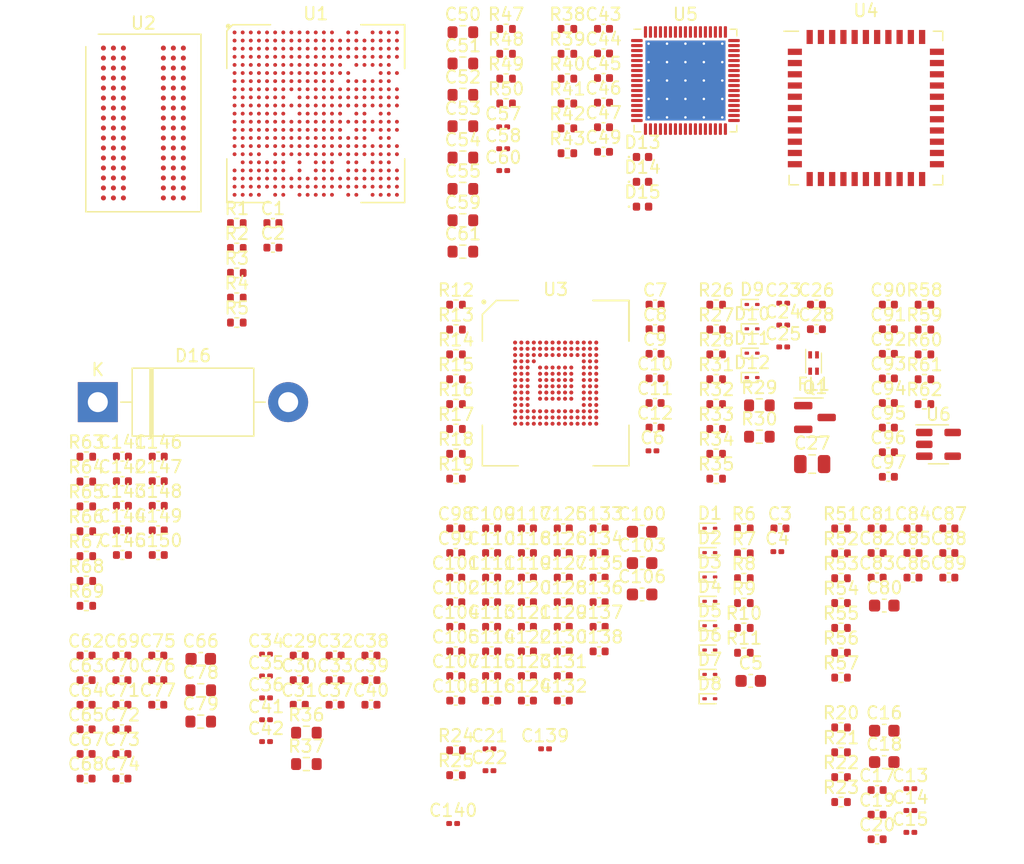
<source format=kicad_pcb>
(kicad_pcb (version 20221018) (generator pcbnew)
  (layers (0 "F.Cu" signal) (31 "B.Cu" signal) (34 "B.Paste" user) (35 "F.Paste" user) (36 "B.SilkS" user "B.Silkscreen") (37 "F.SilkS" user "F.Silkscreen") (38 "B.Mask" user) (39 "F.Mask" user) (44 "Edge.Cuts" user))
  (net 0 "")
  (net 1 "/DDR/DDR_~{RESET}")
  (net 2 "GND")
  (net 3 "Net-(C2-Pad1)")
  (net 4 "VCC_3V3_SD")
  (net 5 "VCCIO_SD")
  (net 6 "/eMMC | VCCIO1/VCCIO_FLASH")
  (net 7 "Net-(U3A-V_{DDIM})")
  (net 8 "VCC_3V3")
  (net 9 "/Camera | VCCIO4/MIPI_CSI_AVDD_1V8")
  (net 10 "/Camera | VCCIO4/VCC_1V8")
  (net 11 "/Camera | VCCIO4/MIPI_CSI_AVDD_0V8")
  (net 12 "/Camera | VCCIO4/VCCAVDD_RGB")
  (net 13 "/Camera | VCCIO4/VCCDVDD_RGB")
  (net 14 "/Camera | VCCIO4/VCC1V8_DOVDD")
  (net 15 "/Display/MIPI_DSI_AVDD_1V8")
  (net 16 "/Display/MIPI_DSI_AVDD_0V8")
  (net 17 "VCC_1V8")
  (net 18 "VCC_0V8")
  (net 19 "VCC5V0_USB")
  (net 20 "/USB OTG/OTG_DET_1V8")
  (net 21 "VDD_NPU")
  (net 22 "VDD_VEPU")
  (net 23 "Net-(U1A-VCCIO_VDD_1V8)")
  (net 24 "VDD_LOGIC")
  (net 25 "/Power/PMIC/RK809 Management/RESET")
  (net 26 "Net-(U5A-XIN)")
  (net 27 "Net-(U5A-XOUT)")
  (net 28 "Net-(U5A-VREF)")
  (net 29 "VCC5V0_SYS")
  (net 30 "/Power/PMIC/RK809 Management/PWR_ON")
  (net 31 "VDD_NPU_VEPU")
  (net 32 "VDD_ARM")
  (net 33 "VDD_DDR")
  (net 34 "VCC3V3_SYS")
  (net 35 "/Power/PMIC/RK809 LDO/VCC_BUCK5")
  (net 36 "/Power/PMIC/RK809 LDO/VCC1V8_PMU")
  (net 37 "/Power/PMIC/RK809 LDO/VCC0V8_PMU")
  (net 38 "VCC1V8_DOVDD")
  (net 39 "VCCDVDD_RGB")
  (net 40 "VCCAVDD_RGB")
  (net 41 "VCC_5V0")
  (net 42 "/Power/PMIC/RK809 Codec/VCC_CPVDD")
  (net 43 "/Power/PMIC/RK809 Codec/VCC_CPVSS")
  (net 44 "/Power/PMIC/RK809 Codec/VCC_1P8D")
  (net 45 "/Power/PMIC/RK809 Codec/VCC_1P8A")
  (net 46 "Net-(U5D-CPN)")
  (net 47 "Net-(U5D-CPP)")
  (net 48 "Net-(U5D-MICIP)")
  (net 49 "Net-(U5D-MICIN)")
  (net 50 "/Power/PMIC/RK809 Codec/RK809_MIC_INP")
  (net 51 "/Power/PMIC/RK809 Codec/RK809_MIC_INN")
  (net 52 "/DDR/DDR Power/DDR_VREFCA")
  (net 53 "Net-(U6-BP)")
  (net 54 "/DDR/DDR Power/VCC25_DDR")
  (net 55 "/DDR/DDR Power/DDR Filter Capacitors/VCC25_DDR")
  (net 56 "VCC_DDR")
  (net 57 "/PMUIO0/VCC3V3_SYS")
  (net 59 "Net-(Q2-G)")
  (net 60 "/Display/VCCLCD_1V8")
  (net 61 "/Display/VCC_LED+")
  (net 63 "Net-(Q3-G)")
  (net 64 "/Display/VCCLCD_3V3")
  (net 65 "/PMUIO0/SD_DET")
  (net 66 "/SD Card | VCCIO2/SD_D1")
  (net 67 "/SD Card | VCCIO2/SD_D0")
  (net 68 "/SD Card | VCCIO2/SD_CLK")
  (net 69 "/SD Card | VCCIO2/SD_CMD")
  (net 70 "/SD Card | VCCIO2/SD_D3")
  (net 71 "/SD Card | VCCIO2/SD_D2")
  (net 72 "Net-(D9-A1)")
  (net 73 "/USB OTG/OTG_PORT_DP")
  (net 74 "/USB OTG/OTG_PORT_DM")
  (net 75 "Net-(D16-A)")
  (net 76 "/USB OTG/OTG_DP")
  (net 77 "/USB OTG/OTG_DM")
  (net 78 "Net-(Q1-B)")
  (net 79 "Net-(Q1-E)")
  (net 80 "Net-(U1N-DDR_RZQ)")
  (net 81 "Net-(U2A-TEN)")
  (net 82 "Net-(U2A-PAR)")
  (net 83 "/DDR/DDR4_CLKP")
  (net 84 "/DDR/DDR4_CLKN")
  (net 85 "/SD Card | VCCIO2/RV_JTAG_TDO")
  (net 86 "/SD Card | VCCIO2/RV_JTAG_TDI")
  (net 87 "Net-(U1G-SDMMC0_D0{slash}TEST_CLK1_OUT{slash}UART2_RX_M0{slash}GPIO1_A4_u)")
  (net 88 "/SD Card | VCCIO2/RV_JTAG_TRSTn")
  (net 89 "/SD Card | VCCIO2/A7_JTAG_TCK")
  (net 90 "/SD Card | VCCIO2/A7_JTAG_TMS")
  (net 92 "/PMUIO1/FLASH_VOL_SEL")
  (net 93 "/eMMC | VCCIO1/EMMC_CLK")
  (net 94 "Net-(U1F-FLASH_CLE{slash}EMMC_CLKO{slash}GPIO0_D7_d)")
  (net 95 "/eMMC | VCCIO1/EMMC_~{RST}")
  (net 96 "Net-(U1F-FLASH_WPn{slash}EMMC_RSTn{slash}FSPI_CLK{slash}GPIO1_A3_d)")
  (net 97 "/eMMC | VCCIO1/EMMC_CMD")
  (net 98 "/eMMC | VCCIO1/EMMC_D0")
  (net 99 "/Camera | VCCIO4/MIPI_CSI_I2C_SDA")
  (net 100 "/Camera | VCCIO4/MIPI_CSI_I2C_SCL")
  (net 101 "/Camera | VCCIO4/VCC_0V8")
  (net 102 "/Display/VCC_1V8")
  (net 103 "/Display/VCC_0V8")
  (net 104 "/USB_CTRL")
  (net 105 "Net-(U1Q-OTG_EXTR)")
  (net 106 "Net-(U1Q-HOST_EXTR)")
  (net 107 "/USB OTG/OTG_ID")
  (net 108 "VDD_1V8")
  (net 109 "VCC_1V8_PMU")
  (net 110 "VCC3V3")
  (net 111 "/Power/PMIC/RK809 Management/I2C_SCL")
  (net 112 "/Power/PMIC/RK809 Management/I2C_SDA")
  (net 113 "/Power/PMIC/RK809 Management/CLK_32K")
  (net 114 "Net-(U5A-CLK32K)")
  (net 115 "Net-(U5A-VDC)")
  (net 116 "Net-(U5C-FB3)")
  (net 117 "/Power/PMIC/RK809 Codec/I2S_MCLK")
  (net 118 "/Power/PMIC/RK809 Codec/I2S_SCLK_TX")
  (net 119 "/Power/PMIC/RK809 Codec/I2S_LRCLK_TX")
  (net 120 "/Power/PMIC/RK809 Codec/I2S_SDO0")
  (net 121 "/Power/PMIC/RK809 Codec/I2S_SDI0")
  (net 122 "/Power/PMIC/RK809 Codec/PDM_CLK1")
  (net 123 "Net-(U5D-PDMCLK)")
  (net 124 "Net-(U6-EN)")
  (net 125 "Net-(U2B-ZQ)")
  (net 126 "/DDR/DDR Power/VREF_DDR")
  (net 127 "/Display/LCD_Power/LCD_1V8_EN")
  (net 128 "/Display/LCD_Power/LCD_PWM")
  (net 129 "/Display/VCC_LED-")
  (net 130 "/Display/LCD_Power/LCD_3V3_EN")
  (net 133 "/DDR/DDR4_~{ACT}")
  (net 134 "/DDR/DDR4_ODT0")
  (net 135 "/DDR/DDR4_BA1")
  (net 136 "/DDR/DDR4_A5")
  (net 137 "/DDR/DDR4_A8")
  (net 138 "/DDR/DDR4_A4")
  (net 139 "/DDR/DDR4_A10")
  (net 140 "/DDR/DDR4_A14_~{WE}")
  (net 141 "/DDR/DDR4_A13")
  (net 142 "/Display/MIPI_DSI_TX0_D0P")
  (net 143 "/Display/MIPI_DSI_TX0_D1P")
  (net 148 "/Camera | VCCIO4/MIPI_RX0_D3P")
  (net 149 "/Camera | VCCIO4/MIPI_RX0_D3N")
  (net 156 "/DDR/DDR4_~{CS0}")
  (net 157 "/DDR/DDR4_A15_~{CAS}")
  (net 158 "/DDR/DDR4_A3")
  (net 159 "/DDR/DDR4_A1")
  (net 160 "/DDR/DDR4_A7")
  (net 161 "/DDR/DDR4_A9")
  (net 162 "/DDR/DDR4_A16_~{RAS}")
  (net 163 "/DDR/DDR4_A2")
  (net 164 "/Display/MIPI_DSI_TX0_D0N")
  (net 165 "/Display/MIPI_DSI_TX0_D1N")
  (net 166 "/Display/MIPI_DSI_TX0_D2P")
  (net 169 "/DDR/DDR4_CKE")
  (net 170 "/DDR/DDR4_A6")
  (net 171 "/DDR/DDR4_A0")
  (net 172 "/DDR/DDR4_A11")
  (net 173 "/Display/MIPI_DSI_TX0_CLKN")
  (net 174 "/Display/MIPI_DSI_TX0_CLKP")
  (net 175 "/Display/MIPI_DSI_TX0_D2N")
  (net 180 "/DDR/DDR4_BG0")
  (net 181 "/DDR/DDR4_A12")
  (net 185 "/Display/MIPI_DSI_TX0_D3N")
  (net 186 "/Display/MIPI_DSI_TX0_D3P")
  (net 191 "/DDR/DDR4_BA0")
  (net 203 "/DDR/DDR_VDD")
  (net 215 "/DDR/DDR_D18")
  (net 216 "/DDR/DDR_D19")
  (net 217 "/DDR/DDR_D4")
  (net 218 "/DDR/DDR_D1")
  (net 225 "/DDR/DDR_D16")
  (net 226 "/DDR/DDR_D17")
  (net 227 "/DDR/DDR_D5")
  (net 228 "/DDR/DDR_D0")
  (net 236 "/DDR/DDR_D21")
  (net 237 "/DDR/DDR_DQS0N")
  (net 238 "/DDR/DDR_DQS0P")
  (net 242 "/DDR/DDR_D22")
  (net 243 "/DDR/DDR_DM2")
  (net 244 "/DDR/DDR_D6")
  (net 245 "/DDR/VREF_DDR")
  (net 252 "/DDR/DDR_DQS2N")
  (net 253 "/DDR/DDR_DQS2P")
  (net 254 "/DDR/DDR_DM0")
  (net 255 "/DDR/DDR_D3")
  (net 261 "/DDR/DDR_D23")
  (net 262 "/DDR/DDR_D20")
  (net 263 "/DDR/DDR_D7")
  (net 264 "/DDR/DDR_D2")
  (net 284 "/eMMC | VCCIO1/EMMC_D7")
  (net 285 "/eMMC | VCCIO1/EMMC_D6")
  (net 287 "/Camera | VCCIO4/MIPI_RX0_CLKP")
  (net 288 "/Camera | VCCIO4/MIPI_RX0_D0N")
  (net 292 "/eMMC | VCCIO1/EMMC_D5")
  (net 293 "/eMMC | VCCIO1/EMMC_D4")
  (net 294 "/eMMC | VCCIO1/EMMC_D3")
  (net 295 "/eMMC | VCCIO1/EMMC_D2")
  (net 299 "/Camera | VCCIO4/MIPI_RX0_CLKN")
  (net 300 "/Camera | VCCIO4/MIPI_RX0_D0P")
  (net 302 "/Camera | VCCIO4/MIPI_CSI_RST0")
  (net 304 "/Camera | VCCIO4/MIPI_CSI_MCLK0")
  (net 305 "/eMMC | VCCIO1/EMMC_D1")
  (net 310 "/Camera | VCCIO4/MIPI_RX0_D2P")
  (net 311 "/Camera | VCCIO4/MIPI_RX0_D1N")
  (net 314 "/Camera | VCCIO4/MIPI_CSI_PWR0")
  (net 316 "/USB OTG/USB_HOST_DP")
  (net 317 "/USB OTG/USB_HOST_DM")
  (net 323 "/Camera | VCCIO4/MIPI_RX0_D2N")
  (net 324 "/Camera | VCCIO4/MIPI_RX0_D1P")
  (net 451 "/WiFi/ANTENNA")
  (net 458 "/WiFi/XTAL_IN")
  (net 459 "/WiFi/XTAL_OUT")
  (net 462 "/WiFi/SDIO_D2")
  (net 463 "/WiFi/SDIO_D3")
  (net 464 "/WiFi/SDIO_CMD")
  (net 465 "/WiFi/SDIO_CLK")
  (net 466 "/WiFi/SDIO_D0")
  (net 467 "/WiFi/SDIO_D1")
  (net 476 "/WiFi/SDIO_VSEL")
  (net 485 "/WiFi/UART_~{RTS}")
  (net 486 "/WiFi/UART_TXD")
  (net 487 "/WiFi/UART_RXD")
  (net 488 "/WiFi/UART_~{CTS}")
  (net 489 "/Power/PMIC/RK809 Management/INT")
  (net 490 "Net-(U5C-SW2)")
  (net 491 "Net-(U5C-SW1)")
  (net 493 "Net-(U5C-SW3)")
  (net 494 "/Power/PMIC/RK809 Codec/SPKP_OUT")
  (net 495 "/Power/PMIC/RK809 Codec/SPKN_OUT")
  (net 496 "/Power/PMIC/RK809 Codec/HPL_OUT")
  (net 497 "/Power/PMIC/RK809 Codec/HP_SNS")
  (net 498 "/Power/PMIC/RK809 Codec/HPR_OUT")
  (net 499 "/Power/PMIC/RK809 Management/SLEEP")
  (net 500 "Net-(U5B-SW5)")
  (net 501 "/Power/PMIC/RK809 Management/BATDIV")
  (net 502 "Net-(U5A-EXT_EN)")
  (net 503 "/Power/PMIC/RK809 Management/SNSP")
  (net 504 "/Power/PMIC/RK809 Management/SNSN")
  (net 505 "Net-(U5C-SW4)")
  (footprint "Capacitor_SMD:C_0402_1005Metric" (layer "F.Cu") (at 170.495 65.97)
    (fp_text reference "C1")
    (fp_text value "1nF C0G 25V")
  )
  (footprint "Resistor_SMD:R_0402_1005Metric" (layer "F.Cu") (at 185.155 84.45)
    (fp_text reference "R18")
    (fp_text value "4.7K 5%")
  )
  (footprint "Resistor_SMD:R_0402_1005Metric" (layer "F.Cu") (at 215.985 96.4)
    (fp_text reference "R54")
    (fp_text value "22R 5%")
  )
  (footprint "Resistor_SMD:R_0402_1005Metric" (layer "F.Cu") (at 167.605 71.95)
    (fp_text reference "R4")
    (fp_text value "49.9R 1%")
  )
  (footprint "Capacitor_SMD:C_0201_0603Metric" (layer "F.Cu") (at 188.935 58.27)
    (fp_text reference "C57")
    (fp_text value "10uF 10V X5R 10V")
  )
  (footprint "Capacitor_SMD:C_0402_1005Metric" (layer "F.Cu") (at 193.745 94.36)
    (fp_text reference "C127")
    (fp_text value "100nF X5R 10V")
  )
  (footprint "Diode_SMD:D_SOD-923" (layer "F.Cu") (at 208.86 76.39)
    (fp_text reference "D11")
    (fp_text value "ESD9B5.0ST5G")
  )
  (footprint "Capacitor_SMD:C_0402_1005Metric" (layer "F.Cu") (at 185.135 92.39)
    (fp_text reference "C99")
    (fp_text value "100nF X5R 10V")
  )
  (footprint "Resistor_SMD:R_0402_1005Metric" (layer "F.Cu") (at 205.985 78.48)
    (fp_text reference "R31")
    (fp_text value "200R 1%")
  )
  (footprint "Capacitor_SMD:C_0402_1005Metric" (layer "F.Cu") (at 190.875 102.24)
    (fp_text reference "C123")
    (fp_text value "100nF X5R 10V")
  )
  (footprint "Capacitor_SMD:C_0402_1005Metric" (layer "F.Cu") (at 158.445 92.55)
    (fp_text reference "C145")
    (fp_text value "100nF X5R 35V")
  )
  (footprint "Capacitor_SMD:C_0603_1608Metric" (layer "F.Cu") (at 200.055 93.2)
    (fp_text reference "C103")
    (fp_text value "22uF X5R 6.3V")
  )
  (footprint "Capacitor_SMD:C_0402_1005Metric" (layer "F.Cu") (at 190.875 96.33)
    (fp_text reference "C120")
    (fp_text value "100nF X5R 10V")
  )
  (footprint "Capacitor_SMD:C_0402_1005Metric" (layer "F.Cu") (at 193.745 96.33)
    (fp_text reference "C128")
    (fp_text value "100nF X5R 10V")
  )
  (footprint "Capacitor_SMD:C_0402_1005Metric" (layer "F.Cu") (at 221.745 90.42)
    (fp_text reference "C84")
    (fp_text value "1uF X5R 6.3V")
  )
  (footprint "Capacitor_SMD:C_0402_1005Metric" (layer "F.Cu") (at 172.605 104.54)
    (fp_text reference "C31")
    (fp_text value "1uF X5R 6.3V")
  )
  (footprint "Resistor_SMD:R_0402_1005Metric" (layer "F.Cu") (at 215.985 110.34)
    (fp_text reference "R22")
    (fp_text value "0R 5%")
  )
  (footprint "Capacitor_SMD:C_0402_1005Metric" (layer "F.Cu") (at 190.875 90.42)
    (fp_text reference "C117")
    (fp_text value "1nF X5R 50V")
  )
  (footprint "Capacitor_SMD:C_0201_0603Metric" (layer "F.Cu") (at 169.945 102.24)
    (fp_text reference "C35")
    (fp_text value "100nF X5R 6.3V")
  )
  (footprint "Capacitor_SMD:C_0402_1005Metric" (layer "F.Cu") (at 161.315 92.55)
    (fp_text reference "C150")
    (fp_text value "100nF X5R 35V")
  )
  (footprint "Resistor_SMD:R_0402_1005Metric" (layer "F.Cu") (at 205.985 80.47)
    (fp_text reference "R32")
    (fp_text value "200R 1%")
  )
  (footprint "Capacitor_SMD:C_0402_1005Metric" (layer "F.Cu") (at 158.445 90.58)
    (fp_text reference "C144")
    (fp_text value "4.7uF X5R 6.3V")
  )
  (footprint "Resistor_SMD:R_0402_1005Metric" (layer "F.Cu") (at 185.155 74.5)
    (fp_text reference "R13")
    (fp_text value "0R 5%")
  )
  (footprint "Resistor_SMD:R_0402_1005Metric" (layer "F.Cu") (at 189.165 54.41)
    (fp_text reference "R49")
    (fp_text value "120K 1%")
  )
  (footprint "Capacitor_SMD:C_0201_0603Metric" (layer "F.Cu") (at 211.355 72.39)
    (fp_text reference "C23")
    (fp_text value "100nF X5R 16V")
  )
  (footprint "Capacitor_SMD:C_0201_0603Metric" (layer "F.Cu") (at 211.355 75.89)
    (fp_text reference "C25")
    (fp_text value "100nF X5R 16V")
  )
  (footprint "Resistor_SMD:R_0402_1005Metric" (layer "F.Cu") (at 222.665 72.51)
    (fp_text reference "R58")
    (fp_text value "10K 1%")
  )
  (footprint "Resistor_SMD:R_0402_1005Metric" (layer "F.Cu") (at 185.155 82.46)
    (fp_text reference "R17")
    (fp_text value "0R 5%")
  )
  (footprint "Resistor_SMD:R_0402_1005Metric" (layer "F.Cu") (at 215.985 90.43)
    (fp_text reference "R51")
    (fp_text value "22R 5%")
  )
  (footprint "Capacitor_SMD:C_0402_1005Metric" (layer "F.Cu") (at 185.135 102.24)
    (fp_text reference "C107")
    (fp_text value "100nF X5R 10V")
  )
  (footprint "Capacitor_SMD:C_0201_0603Metric" (layer "F.Cu") (at 192.285 108.07)
    (fp_text reference "C139")
    (fp_text value "100nF X5R 6.3V")
  )
  (footprint "Diode_SMD:D_0402_1005Metric" (layer "F.Cu") (at 200.09 64.66)
    (fp_text reference "D15")
    (fp_text value "ESD545IN")
  )
  (footprint "Resistor_SMD:R_0603_1608Metric" (layer "F.Cu") (at 185.705 58.22)
    (fp_text reference "C53")
    (fp_text value "22uF X5R 6.3V")
  )
  (footprint "Capacitor_SMD:C_0402_1005Metric" (layer "F.Cu") (at 158.445 86.64)
    (fp_text reference "C142")
    (fp_text value "100nF X5R 6.3V")
  )
  (footprint "Resistor_SMD:R_0402_1005Metric" (layer "F.Cu") (at 208.205 90.43)
    (fp_text reference "R6")
    (fp_text value "22R 5%")
  )
  (footprint "Capacitor_SMD:C_0402_1005Metric" (layer "F.Cu") (at 219.775 86.29)
    (fp_text reference "C97")
    (fp_text value "100nF X5R 6.3V")
  )
  (footprint "Diode_SMD:D_SOD-923" (layer "F.Cu") (at 208.86 72.49)
    (fp_text reference "D9")
    (fp_text value "ESD9B5.0ST5G")
  )
  (footprint "Resistor_SMD:R_0402_1005Metric" (layer "F.Cu") (at 155.555 94.63)
    (fp_text reference "R68")
    (fp_text value "2R 1%")
  )
  (footprint "Capacitor_SMD:C_0201_0603Metric" (layer "F.Cu") (at 211.355 74.14)
    (fp_text reference "C24")
    (fp_text value "100nF X5R 16V")
  )
  (footprint "Capacitor_SMD:C_0201_0603Metric" (layer "F.Cu") (at 169.945 105.74)
    (fp_text reference "C41")
    (fp_text value "100nF X5R 6.3V")
  )
  (footprint "Resistor_SMD:R_0402_1005Metric" (layer "F.Cu") (at 155.555 96.62)
    (fp_text reference "R69")
    (fp_text value "5M 5%")
  )
  (footprint "Capacitor_SMD:C_0402_1005Metric" (layer "F.Cu") (at 214.015 74.47)
    (fp_text reference "C28")
    (fp_text value "100nF X5R 16V")
  )
  (footprint "Resistor_SMD:R_0402_1005Metric" (layer "F.Cu") (at 194.075 50.43)
    (fp_text reference "R38")
    (fp_text value "2.2K 5%")
  )
  (footprint "Resistor_SMD:R_0603_1608Metric" (layer "F.Cu") (at 185.705 50.69)
    (fp_text reference "C50")
    (fp_text value "22uF X5R 6.3V")
  )
  (footprint "Capacitor_SMD:C_0402_1005Metric" (layer "F.Cu") (at 219.775 72.5)
    (fp_text reference "C90")
    (fp_text value "10nF X5R 50V")
  )
  (footprint "Capacitor_SMD:C_0402_1005Metric" (layer "F.Cu") (at 158.405 110.45)
    (fp_text reference "C74")
    (fp_text value "1uF X5R 10V")
  )
  (footprint "Capacitor_SMD:C_0402_1005Metric" (layer "F.Cu") (at 161.315 90.58)
    (fp_text reference "C149")
    (fp_text value "4.7uF X5R 6.3V")
  )
  (footprint "Capacitor_SMD:C_0402_1005Metric" (layer "F.Cu") (at 158.445 88.61)
    (fp_text reference "C143")
    (fp_text value "100nF X5R 10V")
  )
  (footprint "Capacitor_SMD:C_0402_1005Metric" (layer "F.Cu") (at 190.875 94.36)
    (fp_text reference "C119")
    (fp_text value "100nF X5R 10V")
  )
  (footprint "Capacitor_SMD:C_0402_1005Metric" (layer "F.Cu") (at 158.405 102.57)
    (fp_text reference "C70")
    (fp_text value "4.7uF X5R 10V")
  )
  (footprint "Resistor_SMD:R_0402_1005Metric" (layer "F.Cu") (at 194.075 54.41)
    (fp_text reference "R40")
    (fp_text value "22R 5%")
  )
  (footprint "Resistor_SMD:R_0402_1005Metric" (layer "F.Cu") (at 205.985 74.5)
    (fp_text reference "R27")
    (fp_text value "1K 5%")
  )
  (footprint "Capacitor_SMD:C_0402_1005Metric" (layer "F.Cu") (at 218.875 111.37)
    (fp_text reference "C17")
    (fp_text value "100nF X5R 16V")
  )
  (footprint "Capacitor_SMD:C_0402_1005Metric" (layer "F.Cu") (at 196.615 92.39)
    (fp_text reference "C134")
    (fp_text value "100nF X5R 10V")
  )
  (footprint "Capacitor_SMD:C_0402_1005Metric" (layer "F.Cu") (at 211.095 90.42)
    (fp_text reference "C3")
    (fp_text value "100nF X5R 6.3V")
  )
  (footprint "Capacitor_SMD:C_0402_1005Metric" (layer "F.Cu") (at 201.095 72.5)
    (fp_text reference "C7")
    (fp_text value "4.7Vf X5R 6.3V")
  )
  (footprint "Capacitor_SMD:C_0603_1608Metric" (layer "F.Cu") (at 200.055 95.71)
    (fp_text reference "C106")
    (fp_text value "22uF X5R 6.3V")
  )
  (footprint "Resistor_SMD:R_0603_1608Metric" (layer "F.Cu") (at 185.705 60.73)
    (fp_text reference "C54")
    (fp_text value "10uF X5R 6.3V")
  )
  (footprint "Capacitor_SMD:C_0402_1005Metric" (layer "F.Cu") (at 196.965 54.36)
    (fp_text reference "C45")
    (fp_text value "22uF 50V C0G")
  )
  (footprint "Capacitor_SMD:C_0402_1005Metric" (layer "F.Cu") (at 155.535 104.54)
    (fp_text reference "C64")
    (fp_text value "1uF X5R 6.3V")
  )
  (footprint "Resistor_SMD:R_0603_1608Metric" (layer "F.Cu") (at 173.175 106.78)
    (fp_text reference "R36")
    (fp_text value "0.1R 1%")
  )
  (footprint "Capacitor_SMD:C_0402_1005Metric" (layer "F.Cu") (at 196.615 98.3)
    (fp_text reference "C137")
    (fp_text value "100nF X5R 10V")
  )
  (footprint "Capacitor_SMD:C_0402_1005Metric" (layer "F.Cu") (at 196.965 58.3)
    (fp_text reference "C47")
    (fp_text value "1uF 10V X5R")
  )
  (footprint "Capacitor_SMD:C_0402_1005Metric" (layer "F.Cu") (at 193.745 100.27)
    (fp_text reference "C130")
    (fp_text value "100nF X5R 10V")
  )
  (footprint "Capacitor_SMD:C_0402_1005Metric" (layer "F.Cu") (at 161.275 104.54)
    (fp_text reference "C77")
    (fp_text value "1uF X5R 10V")
  )
  (footprint "Memory_micron:Micron_eMMC_FBGA-153_11.5x13.0mm" (layer "F.Cu") (at 193.135 78.79)
    (fp_text reference "U3")
    (fp_text value "MTFC4GACAJCN")
  )
  (footprint "Capacitor_SMD:C_0402_1005Metric" (layer "F.Cu") (at 185.135 100.27)
    (fp_text reference "C105")
    (fp_text value "100nF X5R 10V")
  )
  (footprint "Capacitor_SMD:C_0402_1005Metric" (layer "F.Cu") (at 201.095 80.38)
    (fp_text reference "C11")
    (fp_text value "100nF X5R 16V")
  )
  (footprint "Capacitor_SMD:C_0201_0603Metric" (layer "F.Cu") (at 221.535 114.76)
    (fp_text reference "C15")
    (fp_text value "100nF X5R 6.3V")
  )
  (footprint "Resistor_SMD:R_0603_1608Metric" (layer "F.Cu") (at 185.705 55.71)
    (fp_text reference "C52")
    (fp_text value "22uF X5R 6.3V")
  )
  (footprint "Resistor_SMD:R_0603_1608Metric" (layer "F.Cu") (at 185.705 65.75)
    (fp_text reference "C59")
    (fp_text value "22uF X5R 6.3V")
  )
  (footprint "Capacitor_SMD:C_0402_1005Metric" (layer "F.Cu") (at 158.405 104.54)
    (fp_text reference "C71")
    (fp_text value "1uF X5R 10V")
  )
  (footprint "Capacitor_SMD:C_0402_1005Metric" (layer "F.Cu") (at 193.745 104.21)
    (fp_text reference "C132")
    (fp_text value "100nF X5R 10V")
  )
  (footprint "Capacitor_SMD:C_0402_1005Metric" (layer "F.Cu") (at 218.875 94.36)
    (fp_text reference "C83")
    (fp_text value "1uF X5R 6.3V")
  )
  (footprint "Capacitor_SMD:C_0402_1005Metric" (layer "F.Cu") (at 221.745 94.36)
    (fp_text reference "C86")
    (fp_text value "27pF C0G 50V")
  )
  (footprint "Capacitor_SMD:C_0402_1005Metric" (layer "F.Cu") (at 219.775 78.41)
    (fp_text reference "C93")
    (fp_text value "10nF X5R 50V")
  )
  (footprint "Capacitor_SMD:C_0201_0603Metric" (layer "F.Cu") (at 169.945 100.49)
    (fp_text reference "C34")
    (fp_text value "100nF X5R 6.3V")
  )
  (footprint "Capacitor_SMD:C_0201_0603Metric" (layer "F.Cu") (at 188.935 60.02)
    (fp_text reference "C58")
    (fp_text value "10uF 10V X5R")
  )
  (footprint "Capacitor_SMD:C_0402_1005Metric" (layer "F.Cu") (at 201.095 78.41)
    (fp_text reference "C10")
    (fp_text value "100nF X5R 16V")
  )
  (footprint "Capacitor_SMD:C_0402_1005Metric" (layer "F.Cu") (at 190.875 92.39)
    (fp_text reference "C118")
    (fp_text value "100nF X5R 10V")
  )
  (footprint "Capacitor_SMD:C_0603_1608Metric" (layer "F.Cu") (at 200.055 90.69)
    (fp_text reference "C100")
    (fp_text value "22uF X5R 6.3V")
  )
  (footprint "Capacitor_SMD:C_0402_1005Metric" (layer "F.Cu") (at 218.875 90.42)
    (fp_text reference "C81")
    (fp_text value "1uF X5R 6.3V")
  )
  (footprint "Capacitor_SMD:C_0402_1005Metric" (layer "F.Cu") (at 188.005 102.24)
    (fp_text reference "C115")
    (fp_text value "100nF X5R 10V")
  )
  (footprint "Capacitor_SMD:C_0201_0603Metric" (layer "F.Cu") (at 221.535 113.01)
    (fp_text reference "C14")
    (fp_text value "100nF X5R 6.3V")
  )
  (footprint "Rockchip_SoC:Rockchip_RV1126_FCCSP409LD_14.0x14.0mm" (layer "F.Cu") (at 173.925 57.21)
    (fp_text reference "U1")
    (fp_text value "rv1126/rv1109")
  )
  (footprint "Resistor_SMD:R_0402_1005Metric" (layer "F.Cu") (at 205.985 76.49)
    (fp_text reference "R28")
    (fp_text value "220R 5%")
  )
  (footprint "Resistor_SMD:R_0402_1005Metric" (layer "F.Cu") (at 215.985 100.38)
    (fp_text reference "R56")
    (fp_text value "22R 5%")
  )
  (footprint "Diode_SMD:D_SOD-923" (layer "F.Cu") (at 205.48 94.31)
    (fp_text reference "D3")
    (fp_text value "ESD9B5.0ST5G")
  )
  (footprint "Resistor_SMD:R_0402_1005Metric" (layer "F.Cu") (at 185.155 108.19)
    (fp_text reference "R24")
    (fp_text value "0R 5%")
  )
  (footprint "Capacitor_SMD:C_0402_1005Metric" (layer "F.Cu") (at 218.875 113.34)
    (fp_text reference "C19")
    (fp_text value "100nF X5R 16V")
  )
  (footprint "Capacitor_SMD:C_0201_0603Metric" (layer "F.Cu") (at 187.835 109.82)
    (fp_text reference "C22")
    (fp_text value "100nF X5R 6.3V")
  )
  (footprint "Capacitor_SMD:C_0402_1005Metric" (layer "F.Cu") (at 188.005 96.33)
    (fp_text reference "C112")
    (fp_text value "100nF X5R 10V")
  )
  (footprint "Capacitor_SMD:C_0402_1005Metric" (layer "F.Cu") (at 172.605 100.6)
    (fp_text reference "C29")
    (fp_text value "10uF X5R 4V")
  )
  (footprint "Capacitor_SMD:C_0402_1005Metric" (layer "F.Cu") (at 175.475 102.57)
    (fp_text reference "C33")
    (fp_text value "1uF X5R 6.3V")
  )
  (footprint "Resistor_SMD:R_0402_1005Metric" (layer "F.Cu") (at 167.605 69.96)
    (fp_text reference "R3")
    (fp_text value "1K 1%")
  )
  (footprint "Capacitor_SMD:C_0805_2012Metric" (layer "F.Cu") (at 213.675 85.27)
    (fp_text reference "C27")
    (fp_text value "22uF X5R 10V")
  )
  (footprint "Resistor_SMD:R_0402_1005Metric" (layer "F.Cu") (at 222.665 74.5)
    (fp_text reference "R59")
    (fp_text value "10K 1%")
  )
  (footprint "Resistor_SMD:R_0402_1005Metric" (layer "F.Cu") (at 208.205 98.39)
    (fp_text reference "R10")
    (fp_text value "22R 5%")
  )
  (footprint "Capacitor_SMD:C_0402_1005Metric" (layer "F.Cu") (at 170.495 67.94)
    (fp_text reference "C2")
    (fp_text value "100pF C0G 50V")
  )
  (footprint "Capacitor_SMD:C_0402_1005Metric" (layer "F.Cu") (at 221.745 92.39)
    (fp_text reference "C85")
    (fp_text value "2.2uF X5R 10V")
  )
  (footprint "Capacitor_SMD:C_0402_1005Metric" (layer "F.Cu") (at 190.875 100.27)
    (fp_text reference "C122")
    (fp_text value "100nF X5R 10V")
  )
  (footprint "Resistor_SMD:R_0603_1608Metric" (layer "F.Cu") (at 185.705 53.2)
    (fp_text reference "C51")
    (fp_text value "22uF X5R 6.3V")
  )
  (footprint "Capacitor_SMD:C_0402_1005Metric" (layer "F.Cu") (at 161.315 86.64)
    (fp_text reference "C147")
    (fp_text value "100nF X5R 6.3V")
  )
  (footprint "Capacitor_SMD:C_0402_1005Metric" (layer "F.Cu") (at 175.475 100.6)
    (fp_text reference "C32")
    (fp_text value "10uF X5R 4V")
  )
  (footprint "Resistor_SMD:R_0402_1005Metric" (layer "F.Cu") (at 167.605 65.98)
    (fp_text reference "R1")
    (fp_text value "240R 1%")
  )
  (footprint "Capacitor_SMD:C_0402_1005Metric" (layer "F.Cu") (at 188.005 100.27)
    (fp_text reference "C114")
    (fp_text value "100nF X5R 10V")
  )
  (footprint "Capacitor_SMD:C_0603_1608Metric" (layer "F.Cu") (at 219.445 96.6)
    (fp_text reference "C80")
    (fp_text value "10uF X5R 10V")
  )
  (footprint "Resistor_SMD:R_0402_1005Metric" (layer "F.Cu") (at 155.555 90.65)
    (fp_text reference "R66")
    (fp_text value "2R 1%")
  )
  (footprint "Resistor_SMD:R_0402_1005Metric" (layer "F.Cu") (at 205.985 86.44)
    (fp_text reference "R35")
    (fp_text value "10K 1%")
  )
  (footprint "Capacitor_SMD:C_0201_0603Metric" (layer "F.Cu") (at 200.885 84.21)
    (fp_text reference "C6")
    (fp_text value "100nF X5R 6.3V")
  )
  (footprint "Capacitor_SMD:C_0402_1005Metric" (layer "F.Cu") (at 158.445 84.67)
    (fp_text reference "C141")
    (fp_text value "4.7uF X5R 10V")
  )
  (footprint "Resistor_SMD:R_0402_1005Metric" (layer "F.Cu") (at 189.165 52.42)
    (fp_text reference "R48")
    (fp_text value "100R 5%")
  )
  (footprint "Capacitor_SMD:C_0402_1005Metric" (layer "F.Cu") (at 196.615 100.27)
    (fp_text reference "C138")
    (fp_text value "100nF X5R 10V")
  )
  (footprint "Capacitor_SMD:C_0402_1005Metric" (layer "F.Cu") (at 196.615 90.42)
    (fp_text reference "C133")
    (fp_text value "100nF X5R 10V")
  )
  (footprint "Capacitor_SMD:C_0201_0603Metric" (layer "F.Cu") (at 187.835 108.07)
    (fp_text reference "C21")
    (fp_text value "100nF X5R 6.3V")
  )
  (footprint "Capacitor_SMD:C_0402_1005Metric" (layer "F.Cu") (at 196.965 56.33)
    (fp_text reference "C46")
    (fp_text value "1uF 10V X5R")
  )
  (footprint "Resistor_SMD:R_0402_1005Metric" (layer "F.Cu") (at 185.155 110.18)
    (fp_text reference "R25")
    (fp_text value "0R 5%")
  )
  (footprint "Capacitor_SMD:C_0402_1005Metric" (layer "F.Cu") (at 224.615 90.42)
    (fp_text reference "C87")
    (fp_text value "27pF C0G 50V")
  )
  (footprint "Resistor_SMD:R_0402_1005Metric" (layer "F.Cu") (at 205.985 72.51)
    (fp_text reference "R26")
    (fp_text value "2.2K 5%")
  )
  (footprint "Capacitor_SMD:C_0402_1005Metric" (layer "F.Cu") (at 178.345 104.54)
    (fp_text reference "C40")
    (fp_text value "1uF X5R 6.3V")
  )
  (footprint "Capacitor_SMD:C_0402_1005Metric" (layer "F.Cu") (at 201.095 82.35)
    (fp_text reference "C12")
    (fp_text value "100nF X5R 16V")
  )
  (footprint "Resistor_SMD:R_0402_1005Metric" (layer "F.Cu") (at 185.155 78.48)
    (fp_text reference "R15")
    (fp_text value "4.7K 5%")
  )
  (footprint "Inductor_SMD:L_CommonModeChoke_Coilcraft_0603USB" (layer "F.Cu") (at 213.785 77.18)
    (fp_text reference "FL1")
    (fp_text value "Filter_EMI_CommonMode")
  )
  (footprint "Capacitor_SMD:C_0402_1005Metric" (layer "F.Cu") (at 185.135 96.33)
    (fp_text reference "C102")
    (fp_text value "100nF X5R 10V")
  )
  (footprint "Capacitor_SMD:C_0402_1005Metric" (layer "F.Cu") (at 188.005 104.21)
    (fp_text reference "C116")
    (fp_text value "100nF X5R 10V")
  )
  (footprint "Package_DFN_QFN:QFN-68-1EP_8x8mm_P0.4mm_EP6.4x6.4mm_ThermalVias" (layer "F.Cu") (at 203.525 54.56)
    (fp_text reference "U5")
    (fp_text value "RK809-2")
  )
  (footprint "Diode_SMD:D_0402_1005Metric" (layer "F.Cu") (at 200.09 62.67)
    (fp_text reference "D14")
    (fp_text value "ESD545IN")
  )
  (footprint "Capacitor_SMD:C_0402_1005Metric" (layer "F.Cu") (at 201.095 76.44)
    (fp_text reference "C9")
    (fp_text value "4.7Vf X5R 6.3V")
  )
  (footprint "Capacitor_SMD:C_0402_1005Metric" (layer "F.Cu") (at 188.005 98.3)
    (fp_text reference "C113")
    (fp_text value "4.7uF X5R 6.3V")
  )
  (footprint "Resistor_SMD:R_0402_1005Metric" (layer "F.Cu") (at 222.665 76.49)
    (fp_text reference "R60")
    (fp_text value "240R 1%")
  )
  (footprint "Capacitor_SMD:C_0402_1005Metric" (layer "F.Cu") (at 158.405 106.51)
    (fp_text reference "C72")
    (fp_text value "1uF X5R 10V")
  )
  (footprint "Resistor_SMD:R_0402_1005Metric" (layer "F.Cu") (at 185.155 86.44)
    (fp_text reference "R19")
    (fp_text value "4.7K 5%")
  )
  (footprint "Capacitor_SMD:C_0402_1005Metric" (layer "F.Cu") (at 155.535 106.51)
    (fp_text reference "C65")
    (fp_text value "1uF X5R 6.3V")
  )
  (footprint "Capacitor_SMD:C_0402_1005Metric" (layer "F.Cu") (at 158.405 100.6)
    (fp_text reference "C69")
    (fp_text value "1uF X5R 10V")
  )
  (footprint "Capacitor_SMD:C_0402_1005Metric" (layer "F.Cu") (at 193.745 90.42)
    (fp_text reference "C125")
    (fp_text value "1nF X5R 50V")
  )
  (footprint "Capacitor_SMD:C_0402_1005Metric" (layer "F.Cu") (at 158.405 108.48)
    (fp_text reference "C73")
    (fp_text value "1uF X5R 10V")
  )
  (footprint "Capacitor_SMD:C_0201_0603Metric" (layer "F.Cu") (at 184.925 114.05)
    (fp_text reference "C140")
    (fp_text value "100nF X5R 16V")
  )
  (footprint "Resistor_SMD:R_0402_1005Metric" (layer "F.Cu") (at 185.155 72.51)
    (fp_text reference "R12")
    (fp_text value "0R 5%")
  )
  (footprint "Capacitor_SMD:C_0402_1005Metric" (layer "F.Cu") (at 185.135 90.42)
    (fp_text reference "C98")
    (fp_text value "4.7uF X5R 6.3V")
  )
  (footprint "Resistor_SMD:R_0402_1005Metric" (layer "F.Cu") (at 155.555 88.66)
    (fp_text reference "R65")
    (fp_text value "100K 5%")
  )
  (footprint "Diode_SMD:D_SOD-923" (layer "F.Cu") (at 205.48 98.21)
    (fp_text reference "D5")
    (fp_text value "ESD9B5.0ST5G")
  )
  (footprint "Capacitor_SMD:C_0402_1005Metric" (layer "F.Cu") (at 185.135 98.3)
    (fp_text reference "C104")
    (fp_text value "100nF X5R 10V")
  )
  (footprint "Capacitor_SMD:C_0402_1005Metric" (layer "F.Cu") (at 161.275 100.6)
    (fp_text reference "C75")
    (fp_text value "1uF X5R 10V")
  )
  (footprint "Resistor_SMD:R_0402_1005Metric" (layer "F.Cu") (at 215.985 112.33)
    (fp_text reference "R23")
    (fp_text value "0R 5%")
  )
  (footprint "Leaf_RF_Module:QFN-44_12x12_Pitch0.9mm" (layer "F.Cu") (at 217.975 56.76)
    (fp_text reference "U4")
    (fp_text value "AP6526")
  )
  (footprint "Capacitor_SMD:C_0402_1005Metric" (layer "F.Cu") (at 219.775 80.38)
    (fp_text reference "C94")
    (fp_text value "1nF X5R 50V")
  )
  (footprint "Resistor_SMD:R_0402_1005Metric" (layer "F.Cu") (at 167.605 67.97)
    (fp_text reference "R2")
    (fp_text value "1K 1%")
  )
  (footprint "Capacitor_SMD:C_0402_1005Metric" (layer "F.Cu") (at 161.315 84.67)
    (fp_text reference "C146")
    (fp_text value "2.2uF X5R 35V")
  )
  (footprint "Resistor_SMD:R_0402_1005Metric" (layer "F.Cu") (at 222.665 80.47)
    (fp_text reference "R62")
    (fp_text value "0R 5%")
  )
  (footprint "Resistor_SMD:R_0402_1005Metric" (layer "F.Cu") (at 215.985 94.41)
    (fp_text reference "R53")
    (fp_text value "22R 5%")
  )
  (footprint "Capacitor_SMD:C_0402_1005Metric" (layer "F.Cu") (at 188.005 94.36)
    (fp_text reference "C111")
    (fp_text value "100nF X5R 10V")
  )
  (footprint "Diode_SMD:D_SOD-923" (layer "F.Cu") (at 205.48 96.26)
    (fp_text reference "D4")
    (fp_text value "ESD9B5.0ST5G")
  )
  (footprint "Capacitor_SMD:C_0402_1005Metric" (layer "F.Cu") (at 175.475 104.54)
    (fp_text reference "C37")
    (fp_text value "100nF X5R 6.3V")
  )
  (footprint "Resistor_SMD:R_0402_1005Metric" (layer "F.Cu") (at 189.165 56.4)
    (fp_text reference "R50")
    (fp_text value "110K 1%")
  )
  (footprint "Resistor_SMD:R_0402_1005Metric" (layer "F.Cu") (at 194.075 58.39)
    (fp_text reference "R42")
    (fp_text value "450K 1%")
  )
  (footprint "Resistor_SMD:R_0402_1005Metric" (layer "F.Cu") (at 208.205 100.38)
    (fp_text reference "R11")
    (fp_text value "22R 5%")
  )
  (footprint "Diode_SMD:D_SOD-923" (layer "F.Cu") (at 205.48 92.36)
    (fp_text reference "D2")
    (fp_text value "ESD9B5.0ST5G")
  )
  (footprint "Resistor_SMD:R_0603_1608Metric" (layer "F.Cu") (at 164.715 103.38)
    (fp_text reference "C78")
    (fp_text value "22uF X5R 6.3V")
  )
  (footprint "Resistor_SMD:R_0603_1608Metric" (layer "F.Cu") (at 209.445 83.08)
    (fp_text reference "R30")
    (fp_text value "2.2R 5%")
  )
  (footprint "Resistor_SMD:R_0402_1005Metric" (layer "F.Cu") (at 189.165 50.43)
    (fp_text reference "R47")
    (fp_text value "100R 5%")
  )
  (footprint "Capacitor_SMD:C_0402_1005Metric" (layer "F.Cu") (at 185.135 104.21)
    (fp_text reference "C108")
    (fp_text value "100nF X5R 10V")
  )
  (footprint "Capacitor_SMD:C_0402_1005Metric" (layer "F.Cu") (at 219.775 82.35)
    (fp_text reference "C95")
    (fp_text value "100nF X5R 6.3V")
  )
  (footprint "Resistor_SMD:R_0402_1005Metric" (layer "F.Cu") (at 167.605 73.94)
    (fp_text reference "R5")
    (fp_text value "49.9R 1%")
  )
  (footprint "Resistor_SMD:R_0402_1005Metric" (layer "F.Cu") (at 208.205 94.41)
    (fp_text reference "R8")
    (fp_text value "22R 5%")
  )
  (footprint "Diode_SMD:D_0402_1005Metric" (layer "F.Cu") (at 200.09 60.68)
    (fp_text reference "D13")
    (fp_text value "ESD545IN")
  )
  (footprint "Capacitor_SMD:C_0603_1608Metric" (layer "F.Cu") (at 219.445 106.62)
    (fp_text reference "C16")
    (fp_text value "10uF X5R 6.3V")
  )
  (footprint "Capacitor_SMD:C_0402_1005Metric" (layer "F.Cu") (at 188.005 90.42)
    (fp_text reference "C109")
    (fp_text value "100nF X5R 10V")
  )
  (footprint "Capacitor_SMD:C_0201_0603Metric" (layer "F.Cu") (at 210.885 92.28)
    (fp_text reference "C4")
    (fp_text value "100nF X5R 6.3V")
  )
  (footprint "Resistor_SMD:R_0603_1608Metric" (layer "F.Cu") (at 164.715 105.89)
    (fp_text reference "C79")
    (fp_text value "22uF X5R 6.3V")
  )
  (footprint "Diode_SMD:D_SOD-923" (layer "F.Cu") (at 208.86 74.44)
    (fp_text reference "D10")
    (fp_text value "ESD9B5.0ST5G")
  )
  (footprint "Capacitor_SMD:C_0402_1005Metric" (layer "F.Cu") (at 161.315 88.61)
    (fp_text reference "C148")
    (fp_text value "100nF X5R 35V")
  )
  (footprint "Resistor_SMD:R_0402_1005Metric" (layer "F.Cu") (at 215.985 92.42)
    (fp_text reference "R52")
    (fp_text value "22R 5%")
  )
  (footprint "Capacitor_SMD:C_0603_1608Metric" (layer "F.Cu") (at 219.445 109.13)
    (fp_text reference "C18")
    (fp_text value "10uF X5R 6.3V")
  )
  (footprint "Capacitor_SMD:C_0402_1005Metric" (layer "F.Cu") (at 193.745 92.39)
    (fp_text reference "C126")
    (fp_text value "100nF X5R 10V")
  )
  (footprint "Capacitor_SMD:C_0402_1005Metric" (layer "F.Cu") (at 193.745 102.24)
    (fp_text reference "C131")
    (fp_text value "100nF X5R 10V")
  )
  (footprint "Resistor_SMD:R_0603_1608Metric" (layer "F.Cu") (at 173.175 109.29)
    (fp_text reference "R37")
    (fp_text value "0.1R 1%")
  )
  (footprint "Diode_SMD:D_SOD-923" (layer "F.Cu") (at 205.48 100.16)
    (fp_text reference "D6")
    (fp_text value "ESD9B5.0ST5G")
  )
  (footprint "Resistor_SMD:R_0402_1005Metric" (layer "F.Cu") (at 185.155 76.49)
    (fp_text reference "R14")
    (fp_text value "4.7K 5%")
  )
  (footprint "Resistor_SMD:R_0402_1005Metric" (layer "F.Cu") (at 205.985 82.46)
    (fp_text reference "R33")
    (fp_text value "100R 5%")
  )
  (footprint "Resistor_SMD:R_0603_1608Metric" (layer "F.Cu") (at 185.705 63.24)
    (fp_text reference "C55")
    (fp_text value "10uF X5R 6.3V")
  )
  (footprint "Resistor_SMD:R_0402_1005Metric" (layer "F.Cu") (at 155.555 84.68)
    (fp_text reference "R63")
    (fp_text value "100K 5%")
  )
  (footprint "Capacitor_SMD:C_0402_1005Metric" (layer "F.Cu") (at 218.875 92.39)
    (fp_text reference "C82")
    (fp_text value "2.2uF X5R 6.3V")
  )
  (footprint "Diode_SMD:D_SOD-923" (layer "F.Cu") (at 205.48 102.11)
    (fp_text reference "D7")
    (fp_text value "ESD9B5.0ST5G")
  )
  (footprint "Capacitor_SMD:C_0402_1005Metric" (layer "F.Cu") (at 161.275 102.57)
    (fp_text reference "C76")
    (fp_text value "1uF X5R 10V")
  )
  (footprint "Capacitor_SMD:C_0402_1005Metric" (layer "F.Cu") (at 196.965 52.39)
    (fp_text reference "C44")
    (fp_text value "22uF 50V C0G")
  )
  (footprint "Capacitor_SMD:C_0402_1005Metric" (layer "F.Cu") (at 214.015 72.5)
    (fp_text reference "C26")
    (fp_text value "100nF X5R 16V")
  )
  (footprint "Capacitor_SMD:C_0402_1005Metric" (layer "F.Cu") (at 196.965 50.42)
    (fp_text reference "C43")
    (fp_text value "100nF X5R 16V")
  )
  (footprint "Resistor_SMD:R_0603_1608Metric" (layer "F.Cu") (at 185.705 68.26)
    (fp_text reference "C61")
    (fp_text value "10uF X5R 6.3V")
  )
  (footprint "Package_TO_SOT_SMD:SOT-23-5" (layer "F.Cu") (at 223.785 83.69)
    (fp_text reference "U6")
    (fp_text value "PT5108E23E")
  )
  (footprint "Capacitor_SMD:C_0402_1005Metric" (layer "F.Cu") (at 196.965 60.27)
    (fp_text reference "C49")
    (fp_text value "100nF X5R 16V")
  )
  (footprint "Capacitor_SMD:C_0402_1005Metric" (layer "F.Cu") (at 224.615 94.36)
    (fp_text reference "C89")
    (fp_text value "100nF X5R 16V")
  )
  (footprint "Resistor_SMD:R_0402_1005Metric" (layer "F.Cu") (at 155.555 92.64)
    (fp_text reference "R67")
    (fp_text value "100K 5%")
  )
  (footprint "Capacitor_SMD:C_0402_1005Metric" (layer "F.Cu") (at 155.535 110.45)
    (fp_text reference "C68")
    (fp_text value "1uF X5R 10V")
  )
  (footprint "Capacitor_SMD:C_0402_1005Metric" (layer "F.Cu") (at 201.095 74.47)
    (fp_text reference "C8")
    (fp_text value "4.7Vf X5R 6.3V")
  )
  (footprint "Capacitor_SMD:C_0603_1608Metric" (layer "F.Cu") (at 208.755 102.63)
    (fp_text reference "C5")
    (fp_text value "10uF X5R 10V")
  )
  (footprint "Resistor_SMD:R_0402_1005Metric" (layer "F.Cu") (at 208.205 96.4)
    (fp_text reference "R9")
    (fp_text value "22R 5%")
  )
  (footprint "Resistor_SMD:R_0402_1005Metric" (layer "F.Cu") (at 222.665 78.48)
    (fp_text reference "R61")
    (fp_text value "240R 1%")
  )
  (footprint "Capacitor_SMD:C_0402_1005Metric" (layer "F.Cu") (at 155.535 108.48)
    (fp_text reference "C67")
    (fp_text value "1uF X5R 10V")
  )
  (footprint "Capacitor_SMD:C_0402_1005Metric" (layer "F.Cu") (at 155.535 102.57)
    (fp_text reference "C63")
    (fp_text value "1uF X5R 6.3V")
  )
  (footprint "Resistor_SMD:R_0402_1005Metric" (layer "F.Cu") (at 155.555 86.67)
    (fp_text reference "R64")
    (fp_text value "5M 5%")
  )
  (footprint "Capacitor_SMD:C_0201_0603Metric" (layer "F.Cu") (at 169.945 103.99)
    (fp_text reference "C36")
    (fp_text value "100nF X5R 6.3V")
  )
  (footprint "Capacitor_SMD:C_0402_1005Metric" (layer "F.Cu") (at 219.775 74.47)
    (fp_text reference "C91")
    (fp_text value "2.2uF X5R 10V")
  )
  (footprint "Resistor_SMD:R_0402_1005Metric" (layer "F.Cu") (at 215.985 106.36)
    (fp_text reference "R20")
    (fp_text value "2.2K 5%")
  )
  (footprint "Capacitor_SMD:C_0402_1005Metric" (layer "F.Cu") (at 218.875 115.31)
    (fp_text reference "C20")
    (fp_text value "100nF X5R 16V")
  )
  (footprint "Resistor_SMD:R_0402_1005Metric" (layer "F.Cu") (at 194.075 56.4)
    (fp_text reference "R41")
    (fp_text value "4.7K 5%")
  )
  (footprint "Capacitor_SMD:C_0402_1005Metric" (layer "F.Cu") (at 178.345 102.57)
    (fp_text reference "C39")
    (fp_text value "1uF X5R 6.3V")
  )
  (footprint "Diode_SMD:D_SOD-923" (layer "F.Cu") (at 205.48 90.41)
    (fp_text reference "D1")
    (fp_text value "ESD9B5.0ST5G")
  )
  (footprint "Resistor_SMD:R_0402_1005Metric" (layer "F.Cu") (at 194.075 52.42)
    (fp_text reference "R39")
    (fp_text value "2.2K 5%")
  )
  (footprint "Resistor_SMD:R_0402_1005Metric" (layer "F.Cu") (at 215.985 102.37)
    (fp_text reference "R57")
    (fp_text value "0R 5%")
  )
  (footprint "Resistor_SMD:R_0603_1608Metric" (layer "F.Cu") (at 209.445 80.57)
    (fp_text reference "R29")
    (fp_text value "2.2R 5%")
  )
  (footprint "Package_TO_SOT_SMD:SOT-23" (layer "F.Cu") (at 213.895 81.54)
    (fp_text reference "Q1")
    (fp_text value "Q_PNP_BEC")
  )
  (footprint "Diode_THT:D_DO-201AD_P15.24mm_Horizontal" (layer "F.Cu") (at 156.475 80.31)
    (fp_text reference "D16")
    (fp_text value "1N5408")
  )
  (footprint "Resistor_SMD:R_0402_1005Metric" (layer "F.Cu") (at 185.155 80.47)
    (fp_text reference "R16")
    (fp_text value "0R 5%")
  )
  (footprint "Resistor_SMD:R_0402_1005Metric" (layer "F.Cu") (at 215.985 98.39)
    (fp_text reference "R55")
    (fp_text value "22R 5%")
  )
  (footprint "Diode_SMD:D_SOD-923" (layer "F.Cu") (at 208.86 78.34)
    (fp_text reference "D12")
    (fp_text value "ESD9B5.0ST5G")
  )
  (footprint "Capacitor_SMD:C_0402_1005Metric" (layer "F.Cu") (at 190.875 104.21)
    (fp_text reference "C124")
    (fp_text value "100nF X5R 10V")
  )
  (footprint "Package_BGA:Micron_FBGA-96_9x14mm_Layout9x16_P0.8mm" (layer "F.Cu") (at 160.125 57.96)
    (fp_text reference "U2")
    (fp_text value "Micron DDR4 MT40A512M16TB")
  )
  (footprint "Resistor_SMD:R_0402_1005Metric" (layer "F.Cu") (at 208.205 92.42)
    (fp_text reference "R7")
    (fp_text value "22R 5%")
  )
  (footprint "Capacitor_SMD:C_0201_0603Metric" (layer "F.Cu") (at 188.935 61.77)
    (fp_text reference "C60")
    (fp_text value "22uF  X5R 6.3V")
  )
  (footprint "Capacitor_SMD:C_0402_1005Metric" (layer "F.Cu") (at 196.615 96.33)
    (fp_text reference "C136")
    (fp_text value "100nF X5R 10V")
  )
  (footprint "Diode_SMD:D_SOD-923" (layer "F.Cu") (at 205.48 104.06)
    (fp_text reference "D8")
    (fp_text value "ESD9B5.0ST5G")
  )
  (footprint "Capacitor_SMD:C_0402_1005Metric" (layer "F.Cu") (at 185.135 94.36)
    (fp_text reference "C101")
    (fp_text value "100nF X5R 10V")
  )
  (footprint "Resistor_SMD:R_0402_1005Metric" (layer "F.Cu") (at 194.075 60.38)
    (fp_text reference "R43")
    (fp_text value "47K 1%")
  )
  (footprint "Capacitor_SMD:C_0402_1005Metric" (layer "F.Cu") (at 155.535 100.6)
    (fp_text reference "C62")
    (fp_text value "1uF X5R 6.3V")
  )
  (footprint "Capacitor_SMD:C_0201_0603Metric" (layer "F.Cu") (at 221.535 111.26)
    (fp_text reference "C13")
    (fp_text value "100nF X5R 6.3V")
  )
  (footprint "Resistor_SMD:R_0402_1005Metric" (layer "F.Cu") (at 205.985 84.45)
    (fp_text reference "R34")
    (fp_text value "18K 1%")
  )
  (footprint "Capacitor_SMD:C_0402_1005Metric" (layer "F.Cu") (at 193.745 98.3)
    (fp_text reference "C129")
    (fp_text value "100nF X5R 10V")
  )
  (footprint "Capacitor_SMD:C_0402_1005Metric" (layer "F.Cu") (at 219.775 84.32)
    (fp_text reference "C96")
    (fp_text value "2.2uF X5R 6.3V")
  )
  (footprint "Capacitor_SMD:C_0402_1005Metric" (layer "F.Cu") (at 224.615 92.39)
    (fp_text reference "C88")
    (fp_text value "100nF X5R 16V")
  )
  (footprint "Capacitor_SMD:C_0603_1608Metric" (layer "F.Cu") (at 164.715 100.87)
    (fp_text reference "C66")
    (fp_text value "10uF X5R 10V")
  )
  (footprint "Capacitor_SMD:C_0201_0603Metric" (layer "F.Cu") (at 169.945 107.49)
    (fp_text reference "C42")
    (fp_text value "100nF X5R 6.3V")
  )
  (footprint "Capacitor_SMD:C_0402_1005Metric" (layer "F.Cu") (at 196.615 94.36)
    (fp_text reference "C135")
    (fp_text value "100nF X5R 10V")
  )
  (footprint "Capacitor_SMD:C_0402_1005Metric" (layer "F.Cu") (at 178.345 100.6)
    (fp_text reference "C38")
    (fp_text value "10uF X5R 4V")
  )
  (footprint "Capacitor_SMD:C_0402_1005Metric" (layer "F.Cu") (at 190.875 98.3)
    (fp_text reference "C121")
    (fp_text value "100nF X5R 10V")
  )
  (footprint "Capacitor_SMD:C_0402_1005Metric" (layer "F.Cu") (at 172.605 102.57)
    (fp_text reference "C30")
    (fp_text value "10uF X5R 4V")
  )
  (footprint "Resistor_SMD:R_0402_1005Metric" (layer "F.Cu") (at 215.985 108.35)
    (fp_text reference "R21")
    (fp_text value "2.2K 5%")
  )
  (footprint "Capacitor_SMD:C_0402_1005Metric" (layer "F.Cu") (at 219.775 76.44)
    (fp_text reference "C92")
    (fp_text value "1nF X5R 50V")
  )
  (footprint "Capacitor_SMD:C_0402_1005Metric" (layer "F.Cu") (at 188.005 92.39)
    (fp_text reference "C110")
    (fp_text value "100nF X5R 10V")
  )
)
</source>
